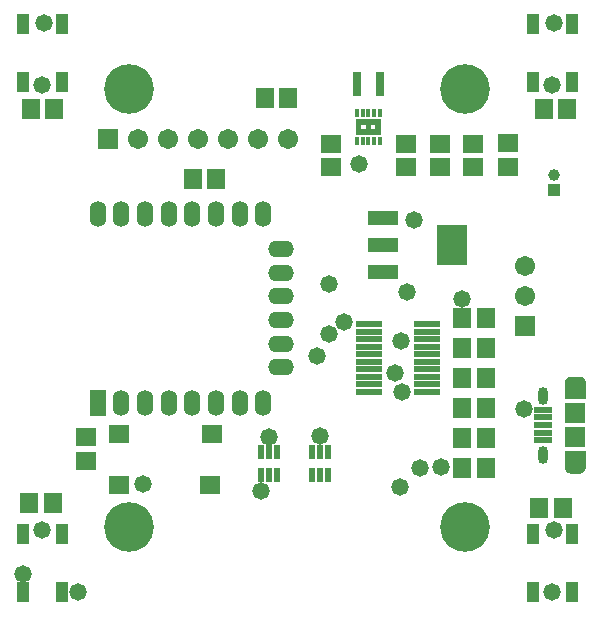
<source format=gts>
G04*
G04 #@! TF.GenerationSoftware,Altium Limited,Altium Designer,18.1.11 (251)*
G04*
G04 Layer_Color=8388736*
%FSLAX25Y25*%
%MOIN*%
G70*
G01*
G75*
%ADD15R,0.08556X0.02414*%
%ADD16R,0.10249X0.13792*%
%ADD17R,0.10249X0.04737*%
%ADD18R,0.06706X0.06312*%
%ADD19R,0.06312X0.06706*%
%ADD20R,0.01181X0.02772*%
%ADD21R,0.07099X0.05918*%
%ADD22R,0.02414X0.04698*%
%ADD23R,0.03150X0.07900*%
%ADD24R,0.05524X0.08674*%
%ADD25O,0.05524X0.08674*%
%ADD26O,0.08674X0.05524*%
%ADD27R,0.06902X0.06706*%
%ADD28R,0.06115X0.02375*%
%ADD29R,0.04343X0.06706*%
%ADD30C,0.06706*%
%ADD31R,0.06706X0.06706*%
%ADD32R,0.06706X0.06706*%
%ADD33C,0.03937*%
%ADD34R,0.03937X0.03937*%
%ADD35O,0.06902X0.03851*%
%ADD36O,0.03359X0.05918*%
%ADD37C,0.05800*%
%ADD38C,0.16548*%
G36*
X161327Y179187D02*
Y175788D01*
X152953D01*
Y177613D01*
Y179187D01*
Y181012D01*
X161327D01*
Y179187D01*
D02*
G37*
G36*
X227761Y95195D02*
X227863Y95185D01*
X227965Y95169D01*
X228066Y95147D01*
X228166Y95120D01*
X228264Y95088D01*
X228360Y95052D01*
X228454Y95010D01*
X228546Y94963D01*
X228635Y94911D01*
X228722Y94855D01*
X228805Y94794D01*
X228885Y94730D01*
X228962Y94661D01*
X229035Y94588D01*
X229104Y94511D01*
X229169Y94431D01*
X229229Y94348D01*
X229285Y94261D01*
X229337Y94172D01*
X229384Y94080D01*
X229426Y93986D01*
X229463Y93890D01*
X229494Y93792D01*
X229521Y93692D01*
X229542Y93591D01*
X229559Y93489D01*
X229569Y93387D01*
X229575Y93284D01*
Y93232D01*
Y87721D01*
X222685D01*
Y93232D01*
Y93284D01*
X222690Y93387D01*
X222701Y93489D01*
X222717Y93591D01*
X222739Y93692D01*
X222765Y93792D01*
X222797Y93890D01*
X222834Y93986D01*
X222876Y94080D01*
X222923Y94172D01*
X222974Y94261D01*
X223031Y94348D01*
X223091Y94431D01*
X223156Y94511D01*
X223225Y94588D01*
X223298Y94661D01*
X223375Y94730D01*
X223455Y94794D01*
X223538Y94855D01*
X223625Y94911D01*
X223714Y94963D01*
X223806Y95010D01*
X223900Y95052D01*
X223996Y95088D01*
X224094Y95120D01*
X224194Y95147D01*
X224295Y95169D01*
X224396Y95185D01*
X224499Y95195D01*
X224602Y95201D01*
X227658D01*
X227761Y95195D01*
D02*
G37*
G36*
X229575Y64886D02*
Y64834D01*
X229569Y64731D01*
X229559Y64629D01*
X229542Y64527D01*
X229521Y64426D01*
X229494Y64327D01*
X229463Y64228D01*
X229426Y64132D01*
X229384Y64038D01*
X229337Y63946D01*
X229285Y63857D01*
X229229Y63771D01*
X229169Y63687D01*
X229104Y63607D01*
X229035Y63530D01*
X228962Y63457D01*
X228885Y63389D01*
X228805Y63324D01*
X228722Y63263D01*
X228635Y63207D01*
X228546Y63155D01*
X228454Y63108D01*
X228360Y63067D01*
X228264Y63030D01*
X228166Y62998D01*
X228066Y62971D01*
X227965Y62950D01*
X227863Y62933D01*
X227761Y62923D01*
X227658Y62917D01*
X224602D01*
X224499Y62923D01*
X224396Y62933D01*
X224295Y62950D01*
X224194Y62971D01*
X224094Y62998D01*
X223996Y63030D01*
X223900Y63067D01*
X223806Y63108D01*
X223714Y63155D01*
X223625Y63207D01*
X223538Y63263D01*
X223455Y63324D01*
X223375Y63388D01*
X223298Y63457D01*
X223225Y63530D01*
X223156Y63607D01*
X223091Y63687D01*
X223031Y63771D01*
X222974Y63857D01*
X222923Y63946D01*
X222876Y64038D01*
X222834Y64132D01*
X222797Y64228D01*
X222765Y64327D01*
X222739Y64426D01*
X222717Y64527D01*
X222701Y64629D01*
X222690Y64731D01*
X222685Y64834D01*
Y64886D01*
Y70398D01*
X229575D01*
Y64886D01*
D02*
G37*
%LPC*%
G36*
X159478Y179187D02*
X157903D01*
Y177613D01*
X159478D01*
Y179187D01*
D02*
G37*
G36*
X156378D02*
X154803D01*
Y177613D01*
X156378D01*
Y179187D01*
D02*
G37*
%LPD*%
D15*
X176724Y112750D02*
D03*
Y110250D02*
D03*
Y107750D02*
D03*
Y105250D02*
D03*
Y102750D02*
D03*
Y100250D02*
D03*
Y97750D02*
D03*
Y95250D02*
D03*
Y92750D02*
D03*
Y90250D02*
D03*
X157276D02*
D03*
Y92750D02*
D03*
Y95250D02*
D03*
Y97750D02*
D03*
Y100250D02*
D03*
Y102750D02*
D03*
Y105250D02*
D03*
Y107750D02*
D03*
Y110250D02*
D03*
Y112750D02*
D03*
D16*
X184917Y139000D02*
D03*
D17*
X162083Y129945D02*
D03*
Y139000D02*
D03*
Y148055D02*
D03*
D18*
X63000Y67063D02*
D03*
Y74937D02*
D03*
X144640Y164963D02*
D03*
Y172837D02*
D03*
X192140Y164963D02*
D03*
Y172837D02*
D03*
X203640Y165058D02*
D03*
Y172932D02*
D03*
X169640Y164963D02*
D03*
Y172837D02*
D03*
X180865D02*
D03*
Y164963D02*
D03*
D19*
X51937Y53000D02*
D03*
X44063D02*
D03*
X221937Y51500D02*
D03*
X214063D02*
D03*
X215563Y184500D02*
D03*
X223437D02*
D03*
X44563D02*
D03*
X52437D02*
D03*
X122563Y188000D02*
D03*
X130437D02*
D03*
X98563Y161000D02*
D03*
X106437D02*
D03*
X196315Y84710D02*
D03*
X188441D02*
D03*
X196315Y74710D02*
D03*
X188441D02*
D03*
X188319Y114710D02*
D03*
X196193D02*
D03*
X196315Y94710D02*
D03*
X188441D02*
D03*
X196315Y64710D02*
D03*
X188441D02*
D03*
X196193Y104872D02*
D03*
X188319D02*
D03*
D20*
X161077Y173668D02*
D03*
X159109D02*
D03*
X157140D02*
D03*
X155172D02*
D03*
X153203D02*
D03*
Y183132D02*
D03*
X155172D02*
D03*
X157140D02*
D03*
X159109D02*
D03*
X161077D02*
D03*
D21*
X104500Y59000D02*
D03*
X74000D02*
D03*
X105000Y76000D02*
D03*
X74000D02*
D03*
D22*
X126559Y70222D02*
D03*
X124000D02*
D03*
X121441D02*
D03*
Y62584D02*
D03*
X124000D02*
D03*
X126559D02*
D03*
X143559Y70222D02*
D03*
X141000D02*
D03*
X138441D02*
D03*
Y62584D02*
D03*
X141000D02*
D03*
X143559D02*
D03*
D23*
X161140Y192900D02*
D03*
X153266D02*
D03*
D24*
X66926Y86500D02*
D03*
D25*
X74800D02*
D03*
X82674D02*
D03*
X90548D02*
D03*
X98422D02*
D03*
X106296D02*
D03*
X114170D02*
D03*
X122044D02*
D03*
X66926Y149492D02*
D03*
X74800D02*
D03*
X82674D02*
D03*
X90548D02*
D03*
X98422D02*
D03*
X106296D02*
D03*
X114170D02*
D03*
X122044D02*
D03*
D26*
X127918Y98382D02*
D03*
Y106256D02*
D03*
Y114130D02*
D03*
Y122004D02*
D03*
Y129878D02*
D03*
Y137752D02*
D03*
D27*
X226130Y82996D02*
D03*
Y75122D02*
D03*
D28*
X215500Y84177D02*
D03*
Y81618D02*
D03*
Y79059D02*
D03*
Y76500D02*
D03*
Y73941D02*
D03*
D29*
X212004Y193354D02*
D03*
X224996D02*
D03*
X212004Y212646D02*
D03*
X224996D02*
D03*
X42004Y193354D02*
D03*
X54996D02*
D03*
X42004Y212646D02*
D03*
X54996D02*
D03*
X224996Y42646D02*
D03*
X212004D02*
D03*
X224996Y23354D02*
D03*
X212004D02*
D03*
X54996Y42646D02*
D03*
X42004D02*
D03*
X54996Y23354D02*
D03*
X42004D02*
D03*
D30*
X209500Y132004D02*
D03*
Y122004D02*
D03*
X130500Y174450D02*
D03*
X120500D02*
D03*
X110500D02*
D03*
X100500D02*
D03*
X80500D02*
D03*
X90500D02*
D03*
D31*
X209500Y112004D02*
D03*
D32*
X70500Y174450D02*
D03*
D33*
X218848Y162500D02*
D03*
D34*
Y157500D02*
D03*
D35*
X226130Y92839D02*
D03*
Y65280D02*
D03*
D36*
X215500Y88902D02*
D03*
Y69217D02*
D03*
D37*
X154000Y166000D02*
D03*
X169989Y123500D02*
D03*
X168500Y90181D02*
D03*
X174265Y64890D02*
D03*
X167765Y58474D02*
D03*
X188500Y120972D02*
D03*
X82000Y59500D02*
D03*
X172500Y147500D02*
D03*
X48500Y192500D02*
D03*
X209000Y84500D02*
D03*
X181500Y65000D02*
D03*
X168000Y107000D02*
D03*
X166000Y96500D02*
D03*
X149000Y113500D02*
D03*
X140000Y102000D02*
D03*
X144000Y109500D02*
D03*
Y126000D02*
D03*
X49000Y213000D02*
D03*
X141000Y75500D02*
D03*
X124000Y75000D02*
D03*
X48500Y44000D02*
D03*
X218848D02*
D03*
X218500Y192500D02*
D03*
X219000Y213000D02*
D03*
X218500Y23354D02*
D03*
X121441Y57000D02*
D03*
X60500Y23354D02*
D03*
X42000Y29500D02*
D03*
D38*
X189500Y191000D02*
D03*
Y45000D02*
D03*
X77500D02*
D03*
Y191000D02*
D03*
M02*

</source>
